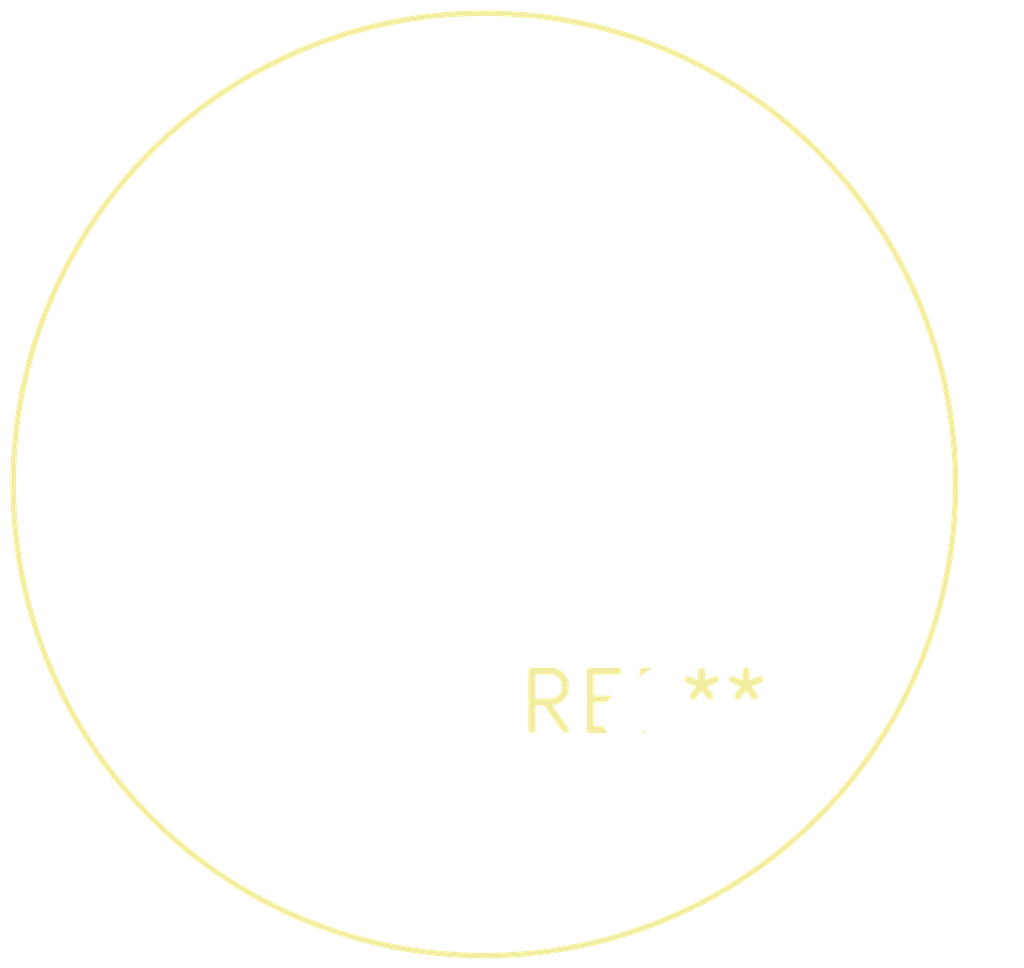
<source format=kicad_pcb>
(kicad_pcb (version 20240108) (generator pcbnew)
  (layers (0 "F.Cu" signal) (31 "B.Cu" signal) (34 "B.Paste" user) (35 "F.Paste" user) (36 "B.SilkS" user "B.Silkscreen") (37 "F.SilkS" user "F.Silkscreen") (38 "B.Mask" user) (39 "F.Mask" user) (44 "Edge.Cuts" user))
  (net 0 "")
  (footprint "Valve_ECC-83-2" (layer "F.Cu") (at 0 0)
    (property "Reference" "REF**")
    (property "Value" "Valve_ECC-83-2")
    (fp_circle (center -3.45 -4.75) (end 6.71 -3.48) (layer "F.SilkS") (stroke (width 0.12)) (fill none))
    (pad "1" thru_hole oval (at 0 0 306) (size 2.03 3.05) (drill oval 1.02 2.03) (layers *.Cu *.Mask) (remove_unused_layers))
    (pad "2" thru_hole circle (at -3.45 -4.75) (size 4.5 4.5) (drill 3.1) (layers *.Cu *.Mask) (remove_unused_layers))
    (pad "2" thru_hole oval (at 2.15 -2.93 342) (size 2.03 3.05) (drill oval 1.02 2.03) (layers *.Cu *.Mask) (remove_unused_layers))
    (pad "3" thru_hole oval (at 2.15 -6.58 18) (size 2.03 3.05) (drill oval 1.02 2.03) (layers *.Cu *.Mask) (remove_unused_layers))
    (pad "4" thru_hole oval (at 0 -9.51 54) (size 2.03 3.05) (drill oval 1.02 2.03) (layers *.Cu *.Mask) (remove_unused_layers))
    (pad "5" thru_hole oval (at -3.45 -10.65 90) (size 2.03 3.05) (drill oval 1.02 2.03) (layers *.Cu *.Mask) (remove_unused_layers))
    (pad "6" thru_hole oval (at -6.91 -9.51 306) (size 2.03 3.05) (drill oval 1.02 2.03) (layers *.Cu *.Mask) (remove_unused_layers))
    (pad "7" thru_hole oval (at -9.06 -6.58 342) (size 2.03 3.05) (drill oval 1.02 2.03) (layers *.Cu *.Mask) (remove_unused_layers))
    (pad "8" thru_hole oval (at -9.06 -2.97 18) (size 2.03 3.05) (drill oval 1.02 2.03) (layers *.Cu *.Mask) (remove_unused_layers))
    (pad "9" thru_hole oval (at -6.91 0 54) (size 2.03 3.05) (drill oval 1.02 2.03) (layers *.Cu *.Mask) (remove_unused_layers))
  )
)
</source>
